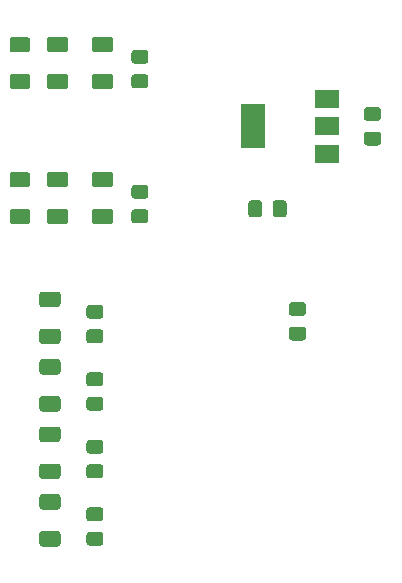
<source format=gbr>
%TF.GenerationSoftware,KiCad,Pcbnew,(5.1.9)-1*%
%TF.CreationDate,2021-11-28T17:49:43-05:00*%
%TF.ProjectId,Telem Board,54656c65-6d20-4426-9f61-72642e6b6963,rev?*%
%TF.SameCoordinates,Original*%
%TF.FileFunction,Paste,Top*%
%TF.FilePolarity,Positive*%
%FSLAX46Y46*%
G04 Gerber Fmt 4.6, Leading zero omitted, Abs format (unit mm)*
G04 Created by KiCad (PCBNEW (5.1.9)-1) date 2021-11-28 17:49:43*
%MOMM*%
%LPD*%
G01*
G04 APERTURE LIST*
%ADD10R,2.000000X1.500000*%
%ADD11R,2.000000X3.800000*%
G04 APERTURE END LIST*
%TO.C,F2*%
G36*
G01*
X146695000Y-80630000D02*
X147945000Y-80630000D01*
G75*
G02*
X148195000Y-80880000I0J-250000D01*
G01*
X148195000Y-81680000D01*
G75*
G02*
X147945000Y-81930000I-250000J0D01*
G01*
X146695000Y-81930000D01*
G75*
G02*
X146445000Y-81680000I0J250000D01*
G01*
X146445000Y-80880000D01*
G75*
G02*
X146695000Y-80630000I250000J0D01*
G01*
G37*
G36*
G01*
X146695000Y-77530000D02*
X147945000Y-77530000D01*
G75*
G02*
X148195000Y-77780000I0J-250000D01*
G01*
X148195000Y-78580000D01*
G75*
G02*
X147945000Y-78830000I-250000J0D01*
G01*
X146695000Y-78830000D01*
G75*
G02*
X146445000Y-78580000I0J250000D01*
G01*
X146445000Y-77780000D01*
G75*
G02*
X146695000Y-77530000I250000J0D01*
G01*
G37*
%TD*%
%TO.C,F1*%
G36*
G01*
X146695000Y-69200000D02*
X147945000Y-69200000D01*
G75*
G02*
X148195000Y-69450000I0J-250000D01*
G01*
X148195000Y-70250000D01*
G75*
G02*
X147945000Y-70500000I-250000J0D01*
G01*
X146695000Y-70500000D01*
G75*
G02*
X146445000Y-70250000I0J250000D01*
G01*
X146445000Y-69450000D01*
G75*
G02*
X146695000Y-69200000I250000J0D01*
G01*
G37*
G36*
G01*
X146695000Y-66100000D02*
X147945000Y-66100000D01*
G75*
G02*
X148195000Y-66350000I0J-250000D01*
G01*
X148195000Y-67150000D01*
G75*
G02*
X147945000Y-67400000I-250000J0D01*
G01*
X146695000Y-67400000D01*
G75*
G02*
X146445000Y-67150000I0J250000D01*
G01*
X146445000Y-66350000D01*
G75*
G02*
X146695000Y-66100000I250000J0D01*
G01*
G37*
%TD*%
%TO.C,R8*%
G36*
G01*
X154955002Y-78817500D02*
X153654998Y-78817500D01*
G75*
G02*
X153405000Y-78567502I0J249998D01*
G01*
X153405000Y-77742498D01*
G75*
G02*
X153654998Y-77492500I249998J0D01*
G01*
X154955002Y-77492500D01*
G75*
G02*
X155205000Y-77742498I0J-249998D01*
G01*
X155205000Y-78567502D01*
G75*
G02*
X154955002Y-78817500I-249998J0D01*
G01*
G37*
G36*
G01*
X154955002Y-81942500D02*
X153654998Y-81942500D01*
G75*
G02*
X153405000Y-81692502I0J249998D01*
G01*
X153405000Y-80867498D01*
G75*
G02*
X153654998Y-80617500I249998J0D01*
G01*
X154955002Y-80617500D01*
G75*
G02*
X155205000Y-80867498I0J-249998D01*
G01*
X155205000Y-81692502D01*
G75*
G02*
X154955002Y-81942500I-249998J0D01*
G01*
G37*
%TD*%
%TO.C,R7*%
G36*
G01*
X149844998Y-80617500D02*
X151145002Y-80617500D01*
G75*
G02*
X151395000Y-80867498I0J-249998D01*
G01*
X151395000Y-81692502D01*
G75*
G02*
X151145002Y-81942500I-249998J0D01*
G01*
X149844998Y-81942500D01*
G75*
G02*
X149595000Y-81692502I0J249998D01*
G01*
X149595000Y-80867498D01*
G75*
G02*
X149844998Y-80617500I249998J0D01*
G01*
G37*
G36*
G01*
X149844998Y-77492500D02*
X151145002Y-77492500D01*
G75*
G02*
X151395000Y-77742498I0J-249998D01*
G01*
X151395000Y-78567502D01*
G75*
G02*
X151145002Y-78817500I-249998J0D01*
G01*
X149844998Y-78817500D01*
G75*
G02*
X149595000Y-78567502I0J249998D01*
G01*
X149595000Y-77742498D01*
G75*
G02*
X149844998Y-77492500I249998J0D01*
G01*
G37*
%TD*%
%TO.C,C9*%
G36*
G01*
X157955000Y-79792500D02*
X157005000Y-79792500D01*
G75*
G02*
X156755000Y-79542500I0J250000D01*
G01*
X156755000Y-78867500D01*
G75*
G02*
X157005000Y-78617500I250000J0D01*
G01*
X157955000Y-78617500D01*
G75*
G02*
X158205000Y-78867500I0J-250000D01*
G01*
X158205000Y-79542500D01*
G75*
G02*
X157955000Y-79792500I-250000J0D01*
G01*
G37*
G36*
G01*
X157955000Y-81867500D02*
X157005000Y-81867500D01*
G75*
G02*
X156755000Y-81617500I0J250000D01*
G01*
X156755000Y-80942500D01*
G75*
G02*
X157005000Y-80692500I250000J0D01*
G01*
X157955000Y-80692500D01*
G75*
G02*
X158205000Y-80942500I0J-250000D01*
G01*
X158205000Y-81617500D01*
G75*
G02*
X157955000Y-81867500I-250000J0D01*
G01*
G37*
%TD*%
D10*
%TO.C,U1*%
X173330000Y-75960000D03*
X173330000Y-71360000D03*
X173330000Y-73660000D03*
D11*
X167030000Y-73660000D03*
%TD*%
%TO.C,R6*%
G36*
G01*
X154955002Y-67387500D02*
X153654998Y-67387500D01*
G75*
G02*
X153405000Y-67137502I0J249998D01*
G01*
X153405000Y-66312498D01*
G75*
G02*
X153654998Y-66062500I249998J0D01*
G01*
X154955002Y-66062500D01*
G75*
G02*
X155205000Y-66312498I0J-249998D01*
G01*
X155205000Y-67137502D01*
G75*
G02*
X154955002Y-67387500I-249998J0D01*
G01*
G37*
G36*
G01*
X154955002Y-70512500D02*
X153654998Y-70512500D01*
G75*
G02*
X153405000Y-70262502I0J249998D01*
G01*
X153405000Y-69437498D01*
G75*
G02*
X153654998Y-69187500I249998J0D01*
G01*
X154955002Y-69187500D01*
G75*
G02*
X155205000Y-69437498I0J-249998D01*
G01*
X155205000Y-70262502D01*
G75*
G02*
X154955002Y-70512500I-249998J0D01*
G01*
G37*
%TD*%
%TO.C,R5*%
G36*
G01*
X149844998Y-69187500D02*
X151145002Y-69187500D01*
G75*
G02*
X151395000Y-69437498I0J-249998D01*
G01*
X151395000Y-70262502D01*
G75*
G02*
X151145002Y-70512500I-249998J0D01*
G01*
X149844998Y-70512500D01*
G75*
G02*
X149595000Y-70262502I0J249998D01*
G01*
X149595000Y-69437498D01*
G75*
G02*
X149844998Y-69187500I249998J0D01*
G01*
G37*
G36*
G01*
X149844998Y-66062500D02*
X151145002Y-66062500D01*
G75*
G02*
X151395000Y-66312498I0J-249998D01*
G01*
X151395000Y-67137502D01*
G75*
G02*
X151145002Y-67387500I-249998J0D01*
G01*
X149844998Y-67387500D01*
G75*
G02*
X149595000Y-67137502I0J249998D01*
G01*
X149595000Y-66312498D01*
G75*
G02*
X149844998Y-66062500I249998J0D01*
G01*
G37*
%TD*%
%TO.C,R4*%
G36*
G01*
X149209998Y-107922500D02*
X150510002Y-107922500D01*
G75*
G02*
X150760000Y-108172498I0J-249998D01*
G01*
X150760000Y-108997502D01*
G75*
G02*
X150510002Y-109247500I-249998J0D01*
G01*
X149209998Y-109247500D01*
G75*
G02*
X148960000Y-108997502I0J249998D01*
G01*
X148960000Y-108172498D01*
G75*
G02*
X149209998Y-107922500I249998J0D01*
G01*
G37*
G36*
G01*
X149209998Y-104797500D02*
X150510002Y-104797500D01*
G75*
G02*
X150760000Y-105047498I0J-249998D01*
G01*
X150760000Y-105872502D01*
G75*
G02*
X150510002Y-106122500I-249998J0D01*
G01*
X149209998Y-106122500D01*
G75*
G02*
X148960000Y-105872502I0J249998D01*
G01*
X148960000Y-105047498D01*
G75*
G02*
X149209998Y-104797500I249998J0D01*
G01*
G37*
%TD*%
%TO.C,R3*%
G36*
G01*
X149209998Y-102207500D02*
X150510002Y-102207500D01*
G75*
G02*
X150760000Y-102457498I0J-249998D01*
G01*
X150760000Y-103282502D01*
G75*
G02*
X150510002Y-103532500I-249998J0D01*
G01*
X149209998Y-103532500D01*
G75*
G02*
X148960000Y-103282502I0J249998D01*
G01*
X148960000Y-102457498D01*
G75*
G02*
X149209998Y-102207500I249998J0D01*
G01*
G37*
G36*
G01*
X149209998Y-99082500D02*
X150510002Y-99082500D01*
G75*
G02*
X150760000Y-99332498I0J-249998D01*
G01*
X150760000Y-100157502D01*
G75*
G02*
X150510002Y-100407500I-249998J0D01*
G01*
X149209998Y-100407500D01*
G75*
G02*
X148960000Y-100157502I0J249998D01*
G01*
X148960000Y-99332498D01*
G75*
G02*
X149209998Y-99082500I249998J0D01*
G01*
G37*
%TD*%
%TO.C,R2*%
G36*
G01*
X149209998Y-96492500D02*
X150510002Y-96492500D01*
G75*
G02*
X150760000Y-96742498I0J-249998D01*
G01*
X150760000Y-97567502D01*
G75*
G02*
X150510002Y-97817500I-249998J0D01*
G01*
X149209998Y-97817500D01*
G75*
G02*
X148960000Y-97567502I0J249998D01*
G01*
X148960000Y-96742498D01*
G75*
G02*
X149209998Y-96492500I249998J0D01*
G01*
G37*
G36*
G01*
X149209998Y-93367500D02*
X150510002Y-93367500D01*
G75*
G02*
X150760000Y-93617498I0J-249998D01*
G01*
X150760000Y-94442502D01*
G75*
G02*
X150510002Y-94692500I-249998J0D01*
G01*
X149209998Y-94692500D01*
G75*
G02*
X148960000Y-94442502I0J249998D01*
G01*
X148960000Y-93617498D01*
G75*
G02*
X149209998Y-93367500I249998J0D01*
G01*
G37*
%TD*%
%TO.C,R1*%
G36*
G01*
X149209998Y-90777500D02*
X150510002Y-90777500D01*
G75*
G02*
X150760000Y-91027498I0J-249998D01*
G01*
X150760000Y-91852502D01*
G75*
G02*
X150510002Y-92102500I-249998J0D01*
G01*
X149209998Y-92102500D01*
G75*
G02*
X148960000Y-91852502I0J249998D01*
G01*
X148960000Y-91027498D01*
G75*
G02*
X149209998Y-90777500I249998J0D01*
G01*
G37*
G36*
G01*
X149209998Y-87652500D02*
X150510002Y-87652500D01*
G75*
G02*
X150760000Y-87902498I0J-249998D01*
G01*
X150760000Y-88727502D01*
G75*
G02*
X150510002Y-88977500I-249998J0D01*
G01*
X149209998Y-88977500D01*
G75*
G02*
X148960000Y-88727502I0J249998D01*
G01*
X148960000Y-87902498D01*
G75*
G02*
X149209998Y-87652500I249998J0D01*
G01*
G37*
%TD*%
%TO.C,C8*%
G36*
G01*
X170340000Y-90620000D02*
X171290000Y-90620000D01*
G75*
G02*
X171540000Y-90870000I0J-250000D01*
G01*
X171540000Y-91545000D01*
G75*
G02*
X171290000Y-91795000I-250000J0D01*
G01*
X170340000Y-91795000D01*
G75*
G02*
X170090000Y-91545000I0J250000D01*
G01*
X170090000Y-90870000D01*
G75*
G02*
X170340000Y-90620000I250000J0D01*
G01*
G37*
G36*
G01*
X170340000Y-88545000D02*
X171290000Y-88545000D01*
G75*
G02*
X171540000Y-88795000I0J-250000D01*
G01*
X171540000Y-89470000D01*
G75*
G02*
X171290000Y-89720000I-250000J0D01*
G01*
X170340000Y-89720000D01*
G75*
G02*
X170090000Y-89470000I0J250000D01*
G01*
X170090000Y-88795000D01*
G75*
G02*
X170340000Y-88545000I250000J0D01*
G01*
G37*
%TD*%
%TO.C,C7*%
G36*
G01*
X176690000Y-74110000D02*
X177640000Y-74110000D01*
G75*
G02*
X177890000Y-74360000I0J-250000D01*
G01*
X177890000Y-75035000D01*
G75*
G02*
X177640000Y-75285000I-250000J0D01*
G01*
X176690000Y-75285000D01*
G75*
G02*
X176440000Y-75035000I0J250000D01*
G01*
X176440000Y-74360000D01*
G75*
G02*
X176690000Y-74110000I250000J0D01*
G01*
G37*
G36*
G01*
X176690000Y-72035000D02*
X177640000Y-72035000D01*
G75*
G02*
X177890000Y-72285000I0J-250000D01*
G01*
X177890000Y-72960000D01*
G75*
G02*
X177640000Y-73210000I-250000J0D01*
G01*
X176690000Y-73210000D01*
G75*
G02*
X176440000Y-72960000I0J250000D01*
G01*
X176440000Y-72285000D01*
G75*
G02*
X176690000Y-72035000I250000J0D01*
G01*
G37*
%TD*%
%TO.C,C6*%
G36*
G01*
X168725000Y-81120000D02*
X168725000Y-80170000D01*
G75*
G02*
X168975000Y-79920000I250000J0D01*
G01*
X169650000Y-79920000D01*
G75*
G02*
X169900000Y-80170000I0J-250000D01*
G01*
X169900000Y-81120000D01*
G75*
G02*
X169650000Y-81370000I-250000J0D01*
G01*
X168975000Y-81370000D01*
G75*
G02*
X168725000Y-81120000I0J250000D01*
G01*
G37*
G36*
G01*
X166650000Y-81120000D02*
X166650000Y-80170000D01*
G75*
G02*
X166900000Y-79920000I250000J0D01*
G01*
X167575000Y-79920000D01*
G75*
G02*
X167825000Y-80170000I0J-250000D01*
G01*
X167825000Y-81120000D01*
G75*
G02*
X167575000Y-81370000I-250000J0D01*
G01*
X166900000Y-81370000D01*
G75*
G02*
X166650000Y-81120000I0J250000D01*
G01*
G37*
%TD*%
%TO.C,C5*%
G36*
G01*
X157955000Y-68362500D02*
X157005000Y-68362500D01*
G75*
G02*
X156755000Y-68112500I0J250000D01*
G01*
X156755000Y-67437500D01*
G75*
G02*
X157005000Y-67187500I250000J0D01*
G01*
X157955000Y-67187500D01*
G75*
G02*
X158205000Y-67437500I0J-250000D01*
G01*
X158205000Y-68112500D01*
G75*
G02*
X157955000Y-68362500I-250000J0D01*
G01*
G37*
G36*
G01*
X157955000Y-70437500D02*
X157005000Y-70437500D01*
G75*
G02*
X156755000Y-70187500I0J250000D01*
G01*
X156755000Y-69512500D01*
G75*
G02*
X157005000Y-69262500I250000J0D01*
G01*
X157955000Y-69262500D01*
G75*
G02*
X158205000Y-69512500I0J-250000D01*
G01*
X158205000Y-70187500D01*
G75*
G02*
X157955000Y-70437500I-250000J0D01*
G01*
G37*
%TD*%
%TO.C,C4*%
G36*
G01*
X154145000Y-107097500D02*
X153195000Y-107097500D01*
G75*
G02*
X152945000Y-106847500I0J250000D01*
G01*
X152945000Y-106172500D01*
G75*
G02*
X153195000Y-105922500I250000J0D01*
G01*
X154145000Y-105922500D01*
G75*
G02*
X154395000Y-106172500I0J-250000D01*
G01*
X154395000Y-106847500D01*
G75*
G02*
X154145000Y-107097500I-250000J0D01*
G01*
G37*
G36*
G01*
X154145000Y-109172500D02*
X153195000Y-109172500D01*
G75*
G02*
X152945000Y-108922500I0J250000D01*
G01*
X152945000Y-108247500D01*
G75*
G02*
X153195000Y-107997500I250000J0D01*
G01*
X154145000Y-107997500D01*
G75*
G02*
X154395000Y-108247500I0J-250000D01*
G01*
X154395000Y-108922500D01*
G75*
G02*
X154145000Y-109172500I-250000J0D01*
G01*
G37*
%TD*%
%TO.C,C3*%
G36*
G01*
X154145000Y-101382500D02*
X153195000Y-101382500D01*
G75*
G02*
X152945000Y-101132500I0J250000D01*
G01*
X152945000Y-100457500D01*
G75*
G02*
X153195000Y-100207500I250000J0D01*
G01*
X154145000Y-100207500D01*
G75*
G02*
X154395000Y-100457500I0J-250000D01*
G01*
X154395000Y-101132500D01*
G75*
G02*
X154145000Y-101382500I-250000J0D01*
G01*
G37*
G36*
G01*
X154145000Y-103457500D02*
X153195000Y-103457500D01*
G75*
G02*
X152945000Y-103207500I0J250000D01*
G01*
X152945000Y-102532500D01*
G75*
G02*
X153195000Y-102282500I250000J0D01*
G01*
X154145000Y-102282500D01*
G75*
G02*
X154395000Y-102532500I0J-250000D01*
G01*
X154395000Y-103207500D01*
G75*
G02*
X154145000Y-103457500I-250000J0D01*
G01*
G37*
%TD*%
%TO.C,C2*%
G36*
G01*
X154145000Y-95667500D02*
X153195000Y-95667500D01*
G75*
G02*
X152945000Y-95417500I0J250000D01*
G01*
X152945000Y-94742500D01*
G75*
G02*
X153195000Y-94492500I250000J0D01*
G01*
X154145000Y-94492500D01*
G75*
G02*
X154395000Y-94742500I0J-250000D01*
G01*
X154395000Y-95417500D01*
G75*
G02*
X154145000Y-95667500I-250000J0D01*
G01*
G37*
G36*
G01*
X154145000Y-97742500D02*
X153195000Y-97742500D01*
G75*
G02*
X152945000Y-97492500I0J250000D01*
G01*
X152945000Y-96817500D01*
G75*
G02*
X153195000Y-96567500I250000J0D01*
G01*
X154145000Y-96567500D01*
G75*
G02*
X154395000Y-96817500I0J-250000D01*
G01*
X154395000Y-97492500D01*
G75*
G02*
X154145000Y-97742500I-250000J0D01*
G01*
G37*
%TD*%
%TO.C,C1*%
G36*
G01*
X154145000Y-89952500D02*
X153195000Y-89952500D01*
G75*
G02*
X152945000Y-89702500I0J250000D01*
G01*
X152945000Y-89027500D01*
G75*
G02*
X153195000Y-88777500I250000J0D01*
G01*
X154145000Y-88777500D01*
G75*
G02*
X154395000Y-89027500I0J-250000D01*
G01*
X154395000Y-89702500D01*
G75*
G02*
X154145000Y-89952500I-250000J0D01*
G01*
G37*
G36*
G01*
X154145000Y-92027500D02*
X153195000Y-92027500D01*
G75*
G02*
X152945000Y-91777500I0J250000D01*
G01*
X152945000Y-91102500D01*
G75*
G02*
X153195000Y-90852500I250000J0D01*
G01*
X154145000Y-90852500D01*
G75*
G02*
X154395000Y-91102500I0J-250000D01*
G01*
X154395000Y-91777500D01*
G75*
G02*
X154145000Y-92027500I-250000J0D01*
G01*
G37*
%TD*%
M02*

</source>
